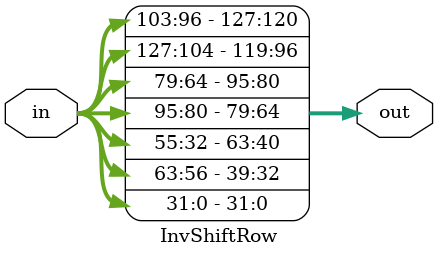
<source format=v>
module InvShiftRow(in, out );

input[127:0] in;
output reg[127:0] out;
always@(*)begin
	out[31:0]=in[31:0];
	
	out[39:32]=in[63:56];
	out[63:40]=in[55:32];

	out[79:64]=in[95:80];
	out[95:80]=in[79:64];

	out[127:120]=in[103:96];
	out[119:96]=in[127:104];
end

endmodule

</source>
